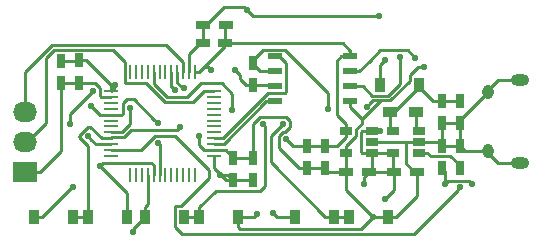
<source format=gbr>
G04 #@! TF.FileFunction,Copper,L2,Bot,Signal*
%FSLAX46Y46*%
G04 Gerber Fmt 4.6, Leading zero omitted, Abs format (unit mm)*
G04 Created by KiCad (PCBNEW 4.0.2+dfsg1-stable) date Wed 10 Aug 2016 05:05:02 PM CDT*
%MOMM*%
G01*
G04 APERTURE LIST*
%ADD10C,0.090000*%
%ADD11R,0.250000X1.300000*%
%ADD12R,1.300000X0.250000*%
%ADD13R,0.750000X1.200000*%
%ADD14R,1.200000X0.750000*%
%ADD15R,0.910000X1.220000*%
%ADD16R,2.032000X1.727200*%
%ADD17O,2.032000X1.727200*%
%ADD18O,0.950000X1.250000*%
%ADD19O,1.550000X1.000000*%
%ADD20R,1.200000X0.900000*%
%ADD21R,1.060000X0.650000*%
%ADD22R,1.143000X0.508000*%
%ADD23C,0.558800*%
%ADD24C,0.250000*%
%ADD25C,0.228600*%
G04 APERTURE END LIST*
D10*
D11*
X146990000Y-144522000D03*
X146490000Y-144522000D03*
X145990000Y-144522000D03*
X145490000Y-144522000D03*
X144990000Y-144522000D03*
X144490000Y-144522000D03*
X143990000Y-144522000D03*
X143490000Y-144522000D03*
X142990000Y-144522000D03*
X142490000Y-144522000D03*
X141990000Y-144522000D03*
X141490000Y-144522000D03*
D12*
X139890000Y-142922000D03*
X139890000Y-142422000D03*
X139890000Y-141922000D03*
X139890000Y-141422000D03*
X139890000Y-140922000D03*
X139890000Y-140422000D03*
X139890000Y-139922000D03*
X139890000Y-139422000D03*
X139890000Y-138922000D03*
X139890000Y-138422000D03*
X139890000Y-137922000D03*
X139890000Y-137422000D03*
D11*
X141490000Y-135822000D03*
X141990000Y-135822000D03*
X142490000Y-135822000D03*
X142990000Y-135822000D03*
X143490000Y-135822000D03*
X143990000Y-135822000D03*
X144490000Y-135822000D03*
X144990000Y-135822000D03*
X145490000Y-135822000D03*
X145990000Y-135822000D03*
X146490000Y-135822000D03*
X146990000Y-135822000D03*
D12*
X148590000Y-137422000D03*
X148590000Y-137922000D03*
X148590000Y-138422000D03*
X148590000Y-138922000D03*
X148590000Y-139422000D03*
X148590000Y-139922000D03*
X148590000Y-140422000D03*
X148590000Y-140922000D03*
X148590000Y-141422000D03*
X148590000Y-141922000D03*
X148590000Y-142422000D03*
X148590000Y-142922000D03*
D13*
X167861452Y-138238852D03*
X167861452Y-140138852D03*
X169385452Y-138238852D03*
X169385452Y-140138852D03*
X169385452Y-143948852D03*
X169385452Y-142048852D03*
X167861452Y-143948852D03*
X167861452Y-142048852D03*
D14*
X163863452Y-144268852D03*
X165763452Y-144268852D03*
X161699452Y-144268852D03*
X159799452Y-144268852D03*
D13*
X157955452Y-142048852D03*
X157955452Y-143948852D03*
X156431452Y-142048852D03*
X156431452Y-143948852D03*
X151892000Y-135006000D03*
X151892000Y-136906000D03*
X137160000Y-134813000D03*
X137160000Y-136713000D03*
X135636000Y-134874000D03*
X135636000Y-136774000D03*
X150241000Y-144968000D03*
X150241000Y-143068000D03*
X151892000Y-144968000D03*
X151892000Y-143068000D03*
D14*
X149540000Y-133350000D03*
X147640000Y-133350000D03*
X149606000Y-131826000D03*
X147706000Y-131826000D03*
D15*
X137954000Y-148082000D03*
X141224000Y-148082000D03*
X155448000Y-148082000D03*
X158718000Y-148082000D03*
X160052000Y-148082000D03*
X163322000Y-148082000D03*
D16*
X132588000Y-144272000D03*
D17*
X132588000Y-141732000D03*
X132588000Y-139192000D03*
D18*
X171798000Y-142510000D03*
X171798000Y-137510000D03*
D19*
X174498000Y-143510000D03*
X174498000Y-136510000D03*
D20*
X165659452Y-139188852D03*
X163459452Y-139188852D03*
D21*
X165913452Y-140778852D03*
X165913452Y-141728852D03*
X165913452Y-142678852D03*
X163713452Y-142678852D03*
X163713452Y-140778852D03*
X161933452Y-140778852D03*
X161933452Y-141728852D03*
X161933452Y-142678852D03*
X159733452Y-142678852D03*
X159733452Y-140778852D03*
D22*
X160147000Y-138303000D03*
X160147000Y-137033000D03*
X160147000Y-135763000D03*
X160147000Y-134493000D03*
X153797000Y-134493000D03*
X153797000Y-135763000D03*
X153797000Y-137033000D03*
X153797000Y-138303000D03*
D15*
X133382000Y-148082000D03*
X136652000Y-148082000D03*
X142748000Y-148082000D03*
X146018000Y-148082000D03*
X147352000Y-148082000D03*
X150622000Y-148082000D03*
X165940452Y-136902852D03*
X162670452Y-136902852D03*
D23*
X161544000Y-138747520D03*
X150368000Y-135636000D03*
X152245589Y-147820121D03*
X147320000Y-141224000D03*
X166370000Y-135382000D03*
X162560000Y-131064000D03*
X151384000Y-130556000D03*
X138938000Y-143764000D03*
X162052000Y-148082000D03*
X170434000Y-145288000D03*
X158247916Y-138931883D03*
X163068000Y-146558000D03*
X162617097Y-140832588D03*
X161290000Y-145332000D03*
X168148000Y-145288000D03*
X148336000Y-135636000D03*
X141732000Y-149352000D03*
X153606480Y-147759019D03*
X136652000Y-145542000D03*
X154683897Y-141475776D03*
X149098000Y-144525958D03*
X140208000Y-136906000D03*
X143864860Y-141795520D03*
X145687202Y-140462000D03*
X141476409Y-138876359D03*
X152762798Y-140208000D03*
X154432000Y-140208000D03*
X150114000Y-139001510D03*
X163068000Y-134810480D03*
X145288000Y-137350480D03*
X146050000Y-137198069D03*
X165618000Y-134610000D03*
X164338000Y-134556490D03*
X138176000Y-138683994D03*
X143834202Y-140144480D03*
X138376397Y-137408255D03*
X137945125Y-141247125D03*
X136398000Y-140208000D03*
X169418000Y-145580121D03*
D24*
X163459452Y-139188852D02*
X163809452Y-139188852D01*
X163809452Y-139188852D02*
X165940452Y-137057852D01*
X165940452Y-137057852D02*
X165940452Y-136902852D01*
X165940452Y-137057852D02*
X167121452Y-138238852D01*
X167121452Y-138238852D02*
X167236452Y-138238852D01*
X167236452Y-138238852D02*
X167861452Y-138238852D01*
X163459452Y-139188852D02*
X163459452Y-140524852D01*
X163459452Y-140524852D02*
X163713452Y-140778852D01*
X169385452Y-138238852D02*
X167861452Y-138238852D01*
D25*
X162761323Y-138211363D02*
X162080157Y-138211363D01*
X162080157Y-138211363D02*
X161823399Y-138468121D01*
X161823399Y-138468121D02*
X161544000Y-138747520D01*
X150780400Y-136398000D02*
X150780400Y-136048400D01*
X150780400Y-136048400D02*
X150368000Y-135636000D01*
X151892000Y-136906000D02*
X151288400Y-136906000D01*
X151288400Y-136906000D02*
X150780400Y-136398000D01*
X150799400Y-149098000D02*
X161036000Y-149098000D01*
X161036000Y-149098000D02*
X162052000Y-148082000D01*
X150622000Y-148082000D02*
X150622000Y-148920600D01*
X150622000Y-148920600D02*
X150799400Y-149098000D01*
X150622000Y-148082000D02*
X151983710Y-148082000D01*
X151983710Y-148082000D02*
X152245589Y-147820121D01*
X139011400Y-137922000D02*
X138947899Y-137858499D01*
X138526974Y-136713000D02*
X137763600Y-136713000D01*
X138947899Y-137858499D02*
X138947899Y-137133924D01*
X138947899Y-137133924D02*
X138526974Y-136713000D01*
X139890000Y-137922000D02*
X139011400Y-137922000D01*
X137763600Y-136713000D02*
X137160000Y-136713000D01*
X132588000Y-144272000D02*
X133832600Y-144272000D01*
X133832600Y-144272000D02*
X135636000Y-142468600D01*
X135636000Y-142468600D02*
X135636000Y-137602600D01*
X135636000Y-137602600D02*
X135636000Y-136774000D01*
X132740400Y-144272000D02*
X132588000Y-144272000D01*
X147320000Y-141224000D02*
X147320000Y-142030600D01*
X147711400Y-142422000D02*
X148590000Y-142422000D01*
X147320000Y-142030600D02*
X147711400Y-142422000D01*
D24*
X159799452Y-144268852D02*
X159799452Y-145829452D01*
X159799452Y-145829452D02*
X162052000Y-148082000D01*
X165763452Y-144268852D02*
X165763452Y-145288000D01*
X165763452Y-145288000D02*
X165763452Y-146345548D01*
X164027000Y-148082000D02*
X163322000Y-148082000D01*
X165763452Y-146345548D02*
X164027000Y-148082000D01*
D25*
X165193351Y-136050649D02*
X165862000Y-135382000D01*
X165862000Y-135382000D02*
X166370000Y-135382000D01*
X161167043Y-139805643D02*
X162761323Y-138211363D01*
X162761323Y-138211363D02*
X163527474Y-138211362D01*
X163527474Y-138211362D02*
X165193351Y-136545485D01*
X165193351Y-136545485D02*
X165193351Y-136050649D01*
X162560000Y-131064000D02*
X151892000Y-131064000D01*
X151892000Y-131064000D02*
X151384000Y-130556000D01*
X151384000Y-130556000D02*
X151104601Y-130276601D01*
X151104601Y-130276601D02*
X149480399Y-130276601D01*
X147931000Y-131826000D02*
X147706000Y-131826000D01*
X149480399Y-130276601D02*
X147931000Y-131826000D01*
X151892000Y-143068000D02*
X151892000Y-140232976D01*
X151892000Y-140232976D02*
X152488477Y-139636499D01*
X154706321Y-139636499D02*
X155003501Y-139933679D01*
X155003501Y-140482321D02*
X154581555Y-140904267D01*
X152488477Y-139636499D02*
X154706321Y-139636499D01*
X155003501Y-139933679D02*
X155003501Y-140482321D01*
X154581555Y-140904267D02*
X154409570Y-140904267D01*
X154409570Y-140904267D02*
X154112390Y-141201447D01*
X154112390Y-141201447D02*
X154112390Y-142233390D01*
X154112390Y-142233390D02*
X155827852Y-143948852D01*
X155827852Y-143948852D02*
X156431452Y-143948852D01*
X171798000Y-142510000D02*
X169846600Y-142510000D01*
X169846600Y-142510000D02*
X169385452Y-142048852D01*
D24*
X169385452Y-140138852D02*
X169385452Y-139913852D01*
X169385452Y-139913852D02*
X171789304Y-137510000D01*
X171789304Y-137510000D02*
X171798000Y-137510000D01*
D25*
X143490000Y-144522000D02*
X143490000Y-143721218D01*
X143490000Y-143721218D02*
X143253383Y-143484601D01*
X143253383Y-143484601D02*
X139217399Y-143484601D01*
X139217399Y-143484601D02*
X138938000Y-143764000D01*
X138938000Y-143764000D02*
X141224000Y-146050000D01*
X141224000Y-146050000D02*
X141224000Y-148082000D01*
X162052000Y-148082000D02*
X163322000Y-148082000D01*
X137160000Y-136713000D02*
X135697000Y-136713000D01*
X135697000Y-136713000D02*
X135636000Y-136774000D01*
X147640000Y-133350000D02*
X147640000Y-131892000D01*
X147640000Y-131892000D02*
X147706000Y-131826000D01*
X146490000Y-135822000D02*
X146490000Y-134275000D01*
X146490000Y-134275000D02*
X147415000Y-133350000D01*
X147415000Y-133350000D02*
X147640000Y-133350000D01*
X150241000Y-143068000D02*
X151892000Y-143068000D01*
X148590000Y-142422000D02*
X149595000Y-142422000D01*
X149595000Y-142422000D02*
X150241000Y-143068000D01*
X151892000Y-136906000D02*
X153670000Y-136906000D01*
X153670000Y-136906000D02*
X153797000Y-137033000D01*
X160147000Y-138303000D02*
X160147000Y-138785600D01*
X160147000Y-138785600D02*
X161167043Y-139805643D01*
X161167043Y-139805643D02*
X161167043Y-140128851D01*
X171798000Y-137510000D02*
X171798000Y-137360000D01*
X171798000Y-137360000D02*
X172648000Y-136510000D01*
X172648000Y-136510000D02*
X173494400Y-136510000D01*
X173494400Y-136510000D02*
X174498000Y-136510000D01*
X174498000Y-143510000D02*
X172648000Y-143510000D01*
X172648000Y-143510000D02*
X171798000Y-142660000D01*
X171798000Y-142660000D02*
X171798000Y-142510000D01*
D24*
X159733452Y-142103852D02*
X159733452Y-142678852D01*
X161167043Y-140128851D02*
X160588453Y-140707441D01*
X160588453Y-140707441D02*
X160588453Y-141248851D01*
X160588453Y-141248851D02*
X159733452Y-142103852D01*
X165133452Y-141728852D02*
X164813452Y-141728852D01*
X164813452Y-141728852D02*
X161933452Y-141728852D01*
X165763452Y-144268852D02*
X165538452Y-144268852D01*
X165538452Y-144268852D02*
X164813452Y-143543852D01*
X164813452Y-143543852D02*
X164813452Y-141728852D01*
X167861452Y-140138852D02*
X167861452Y-142048852D01*
X169385452Y-140138852D02*
X169385452Y-142048852D01*
X169385452Y-140138852D02*
X167861452Y-140138852D01*
X165913452Y-141728852D02*
X167541452Y-141728852D01*
X167541452Y-141728852D02*
X167861452Y-142048852D01*
X169385452Y-142048852D02*
X167861452Y-142048852D01*
X157955452Y-143948852D02*
X156431452Y-143948852D01*
X159799452Y-144268852D02*
X158275452Y-144268852D01*
X158275452Y-144268852D02*
X157955452Y-143948852D01*
X159733452Y-142678852D02*
X159733452Y-144202852D01*
X159733452Y-144202852D02*
X159799452Y-144268852D01*
X165913452Y-141728852D02*
X165133452Y-141728852D01*
D25*
X169385452Y-143948852D02*
X169385452Y-143723852D01*
X169385452Y-143723852D02*
X168602553Y-142940953D01*
X168602553Y-142940953D02*
X166934153Y-142940953D01*
X166934153Y-142940953D02*
X166672052Y-142678852D01*
X166672052Y-142678852D02*
X165913452Y-142678852D01*
X168427399Y-145008601D02*
X168148000Y-145288000D01*
X170154601Y-145008601D02*
X168427399Y-145008601D01*
X170434000Y-145288000D02*
X170154601Y-145008601D01*
X158247916Y-137592634D02*
X158247916Y-138536752D01*
X158247916Y-138536752D02*
X158247916Y-138931883D01*
X152726101Y-133946899D02*
X154602181Y-133946899D01*
X154602181Y-133946899D02*
X158247916Y-137592634D01*
X151892000Y-135006000D02*
X151892000Y-134781000D01*
X151892000Y-134781000D02*
X152726101Y-133946899D01*
X163068000Y-146558000D02*
X163863452Y-145762548D01*
X163863452Y-145762548D02*
X163863452Y-144268852D01*
D24*
X167861452Y-143948852D02*
X167861452Y-144173852D01*
X162368852Y-140778852D02*
X162422588Y-140832588D01*
X162422588Y-140832588D02*
X162617097Y-140832588D01*
X161933452Y-140778852D02*
X162368852Y-140778852D01*
D25*
X161290000Y-145332000D02*
X161290000Y-144678304D01*
X161290000Y-144678304D02*
X161699452Y-144268852D01*
X168148000Y-145288000D02*
X168148000Y-144235400D01*
X168148000Y-144235400D02*
X167861452Y-143948852D01*
X151892000Y-135006000D02*
X151892000Y-135128000D01*
X151892000Y-135128000D02*
X152527000Y-135763000D01*
X152527000Y-135763000D02*
X153797000Y-135763000D01*
D24*
X161933452Y-140778852D02*
X161153452Y-140778852D01*
X161153452Y-140778852D02*
X161078451Y-140853853D01*
X161078451Y-140853853D02*
X161078451Y-142603851D01*
X161078451Y-142603851D02*
X161153452Y-142678852D01*
X161153452Y-142678852D02*
X161933452Y-142678852D01*
X161933452Y-142678852D02*
X161933452Y-144034852D01*
X161933452Y-144034852D02*
X161699452Y-144268852D01*
X163713452Y-142678852D02*
X163713452Y-144118852D01*
X163713452Y-144118852D02*
X163863452Y-144268852D01*
X163713452Y-142678852D02*
X161933452Y-142678852D01*
X163863452Y-144268852D02*
X161699452Y-144268852D01*
D25*
X147343600Y-135822000D02*
X147828000Y-135337600D01*
X147828000Y-135337600D02*
X149540000Y-133625600D01*
X148336000Y-135636000D02*
X148056601Y-135356601D01*
X147847001Y-135356601D02*
X147828000Y-135337600D01*
X148056601Y-135356601D02*
X147847001Y-135356601D01*
X141732000Y-149352000D02*
X141732000Y-149098000D01*
X141732000Y-149098000D02*
X142748000Y-148082000D01*
X153885879Y-148038418D02*
X153606480Y-147759019D01*
X155448000Y-148082000D02*
X153929461Y-148082000D01*
X153929461Y-148082000D02*
X153885879Y-148038418D01*
X139890000Y-136939400D02*
X139890000Y-137068400D01*
X137160000Y-134813000D02*
X137763600Y-134813000D01*
X137763600Y-134813000D02*
X139890000Y-136939400D01*
X139890000Y-137068400D02*
X139890000Y-137422000D01*
X136605600Y-145542000D02*
X136652000Y-145542000D01*
X133382000Y-148082000D02*
X134065600Y-148082000D01*
X134065600Y-148082000D02*
X136605600Y-145542000D01*
D24*
X155256852Y-142048852D02*
X154683897Y-141475897D01*
X154683897Y-141475897D02*
X154683897Y-141475776D01*
X156431452Y-142048852D02*
X155256852Y-142048852D01*
D25*
X149098000Y-144525958D02*
X149798958Y-144525958D01*
X149798958Y-144525958D02*
X150241000Y-144968000D01*
X149637400Y-144968000D02*
X148590000Y-143920600D01*
X140208000Y-136906000D02*
X140208000Y-137104000D01*
X140208000Y-137104000D02*
X139890000Y-137422000D01*
X149540000Y-133350000D02*
X159486600Y-133350000D01*
X159486600Y-133350000D02*
X160147000Y-134010400D01*
X160147000Y-134010400D02*
X160147000Y-134493000D01*
X149637400Y-144968000D02*
X150241000Y-144968000D01*
X142748000Y-148082000D02*
X142748000Y-147243400D01*
X142748000Y-147243400D02*
X142990000Y-147001400D01*
X142990000Y-147001400D02*
X142990000Y-145400600D01*
X142990000Y-145400600D02*
X142990000Y-144522000D01*
X135636000Y-134874000D02*
X137099000Y-134874000D01*
X137099000Y-134874000D02*
X137160000Y-134813000D01*
X149540000Y-133350000D02*
X149540000Y-131892000D01*
X149540000Y-131892000D02*
X149606000Y-131826000D01*
X146990000Y-135822000D02*
X147343600Y-135822000D01*
X149540000Y-133625600D02*
X149540000Y-133350000D01*
X150241000Y-144968000D02*
X151892000Y-144968000D01*
X148590000Y-142922000D02*
X148590000Y-143920600D01*
X160147000Y-134493000D02*
X159346900Y-134493000D01*
X159346900Y-134493000D02*
X158974852Y-134865048D01*
X158974852Y-134865048D02*
X158974852Y-139466652D01*
X158974852Y-139466652D02*
X159733452Y-140225252D01*
X159733452Y-140225252D02*
X159733452Y-140778852D01*
D24*
X157955452Y-142048852D02*
X156431452Y-142048852D01*
X159733452Y-140778852D02*
X159733452Y-141353852D01*
X159733452Y-141353852D02*
X159038452Y-142048852D01*
X159038452Y-142048852D02*
X158580452Y-142048852D01*
X158580452Y-142048852D02*
X157955452Y-142048852D01*
D25*
X143990000Y-141920660D02*
X143864860Y-141795520D01*
X143990000Y-144522000D02*
X143990000Y-141920660D01*
X137954000Y-148082000D02*
X137954000Y-142101824D01*
X139086151Y-141422000D02*
X139890000Y-141422000D01*
X137954000Y-142101824D02*
X137160000Y-141307824D01*
X137160000Y-141307824D02*
X137160000Y-141224000D01*
X138126151Y-140462000D02*
X139086151Y-141422000D01*
X137160000Y-141224000D02*
X137922000Y-140462000D01*
X137922000Y-140462000D02*
X138126151Y-140462000D01*
X145433202Y-140716000D02*
X141549350Y-140716000D01*
X140936940Y-141328410D02*
X140784372Y-141328410D01*
X140773681Y-141339101D02*
X139972899Y-141339101D01*
X145687202Y-140462000D02*
X145433202Y-140716000D01*
X141549350Y-140716000D02*
X140936940Y-141328410D01*
X140784372Y-141328410D02*
X140773681Y-141339101D01*
X139972899Y-141339101D02*
X139890000Y-141422000D01*
X137954000Y-148082000D02*
X136652000Y-148082000D01*
X141476409Y-140214191D02*
X141476409Y-139271490D01*
X139890000Y-140922000D02*
X140768600Y-140922000D01*
X140768600Y-140922000D02*
X141476409Y-140214191D01*
X141476409Y-139271490D02*
X141476409Y-138876359D01*
X152908000Y-145452782D02*
X152908000Y-140353202D01*
X152908000Y-140353202D02*
X152762798Y-140208000D01*
X147352000Y-148082000D02*
X147352000Y-147243400D01*
X147352000Y-147243400D02*
X148735299Y-145860101D01*
X148735299Y-145860101D02*
X152500681Y-145860101D01*
X152500681Y-145860101D02*
X152908000Y-145452782D01*
X147352000Y-148082000D02*
X146018000Y-148082000D01*
X143490000Y-136700600D02*
X143490000Y-135822000D01*
X144592748Y-137921998D02*
X143490000Y-136819250D01*
X146304002Y-137921998D02*
X144592748Y-137921998D01*
X143490000Y-136819250D02*
X143490000Y-136700600D01*
X147461899Y-136764101D02*
X146304002Y-137921998D01*
X149232883Y-136764101D02*
X147461899Y-136764101D01*
X150114000Y-137645218D02*
X149232883Y-136764101D01*
X150114000Y-139001510D02*
X150114000Y-137645218D01*
X158718000Y-148082000D02*
X158034400Y-148082000D01*
X158034400Y-148082000D02*
X153416000Y-143463600D01*
X153416000Y-143463600D02*
X153416000Y-141224000D01*
X153416000Y-141224000D02*
X154432000Y-140208000D01*
X158718000Y-148082000D02*
X160052000Y-148082000D01*
X162670452Y-136902852D02*
X162670452Y-135208028D01*
X162670452Y-135208028D02*
X162788601Y-135089879D01*
X162788601Y-135089879D02*
X163068000Y-134810480D01*
X144424409Y-138328409D02*
X142860101Y-136764101D01*
X134366000Y-140106400D02*
X132740400Y-141732000D01*
X142860101Y-136764101D02*
X141131319Y-136764101D01*
X132740400Y-141732000D02*
X132588000Y-141732000D01*
X147711400Y-137422000D02*
X146804991Y-138328409D01*
X148590000Y-137422000D02*
X147711400Y-137422000D01*
X146804991Y-138328409D02*
X144424409Y-138328409D01*
X141131319Y-136764101D02*
X141072899Y-136705681D01*
X141072899Y-136705681D02*
X141072899Y-134976899D01*
X135088319Y-133920899D02*
X134366000Y-134643218D01*
X141072899Y-134976899D02*
X140016899Y-133920899D01*
X140016899Y-133920899D02*
X135088319Y-133920899D01*
X134366000Y-134643218D02*
X134366000Y-140106400D01*
X132588000Y-139192000D02*
X132588000Y-135846468D01*
X132588000Y-135846468D02*
X134919979Y-133514489D01*
X134919979Y-133514489D02*
X144561089Y-133514489D01*
X145990000Y-134943400D02*
X145990000Y-135822000D01*
X144561089Y-133514489D02*
X145990000Y-134943400D01*
X145008601Y-137071081D02*
X145288000Y-137350480D01*
X144990000Y-137052480D02*
X145008601Y-137071081D01*
X144990000Y-135822000D02*
X144990000Y-137052480D01*
X145987469Y-137198069D02*
X146050000Y-137198069D01*
X145490000Y-136700600D02*
X145987469Y-137198069D01*
X145490000Y-135822000D02*
X145490000Y-136700600D01*
X162687011Y-133984989D02*
X161798000Y-134874000D01*
X161798000Y-134874000D02*
X160909000Y-135763000D01*
X165618000Y-134610000D02*
X164992989Y-133984989D01*
X164992989Y-133984989D02*
X162687011Y-133984989D01*
X160909000Y-135763000D02*
X160147000Y-135763000D01*
X161981771Y-137804953D02*
X163359133Y-137804953D01*
X163359133Y-137804953D02*
X164338000Y-136826086D01*
X164338000Y-136826086D02*
X164338000Y-134951621D01*
X164338000Y-134951621D02*
X164338000Y-134556490D01*
X160147000Y-137033000D02*
X161209818Y-137033000D01*
X161209818Y-137033000D02*
X161981771Y-137804953D01*
D24*
X165659452Y-139188852D02*
X165659452Y-140524852D01*
X165659452Y-140524852D02*
X165913452Y-140778852D01*
D25*
X138914006Y-139422000D02*
X138455399Y-138963393D01*
X138455399Y-138963393D02*
X138176000Y-138683994D01*
X139890000Y-139422000D02*
X138914006Y-139422000D01*
X140768600Y-139422000D02*
X140904907Y-139285693D01*
X139890000Y-139422000D02*
X140768600Y-139422000D01*
X143554803Y-139865081D02*
X143834202Y-140144480D01*
X140904907Y-138411271D02*
X141203679Y-138112499D01*
X141203679Y-138112499D02*
X141802221Y-138112499D01*
X140904907Y-139285693D02*
X140904907Y-138411271D01*
X141802221Y-138112499D02*
X143554803Y-139865081D01*
X136398000Y-140208000D02*
X136398000Y-139386652D01*
X138096998Y-137687654D02*
X138376397Y-137408255D01*
X136398000Y-139386652D02*
X138096998Y-137687654D01*
X138620000Y-141922000D02*
X138224524Y-141526524D01*
X139890000Y-141922000D02*
X138620000Y-141922000D01*
X138224524Y-141526524D02*
X137945125Y-141247125D01*
X145849627Y-149504409D02*
X165493712Y-149504409D01*
X165493712Y-149504409D02*
X169138601Y-145859520D01*
X169138601Y-145859520D02*
X169418000Y-145580121D01*
X145270899Y-148925681D02*
X145849627Y-149504409D01*
X145270899Y-147238319D02*
X145270899Y-148925681D01*
X145329319Y-147179899D02*
X145270899Y-147238319D01*
X148183591Y-144774757D02*
X145778449Y-147179899D01*
X145778449Y-147179899D02*
X145329319Y-147179899D01*
X142392558Y-142422000D02*
X143590539Y-141224019D01*
X139890000Y-142422000D02*
X142392558Y-142422000D01*
X148183591Y-144088941D02*
X148183591Y-144774757D01*
X145318669Y-141224019D02*
X148183591Y-144088941D01*
X143590539Y-141224019D02*
X145318669Y-141224019D01*
X148590000Y-141422000D02*
X149326718Y-141422000D01*
X154114500Y-134493000D02*
X153797000Y-134493000D01*
X149326718Y-141422000D02*
X153169617Y-137579101D01*
X153169617Y-137579101D02*
X154602181Y-137579101D01*
X154602181Y-137579101D02*
X154660601Y-137520681D01*
X154660601Y-137520681D02*
X154660601Y-135039101D01*
X154660601Y-135039101D02*
X154114500Y-134493000D01*
X153479500Y-134493000D02*
X153797000Y-134493000D01*
X148590000Y-141922000D02*
X149416000Y-141922000D01*
X149416000Y-141922000D02*
X153035000Y-138303000D01*
X153035000Y-138303000D02*
X153797000Y-138303000D01*
M02*

</source>
